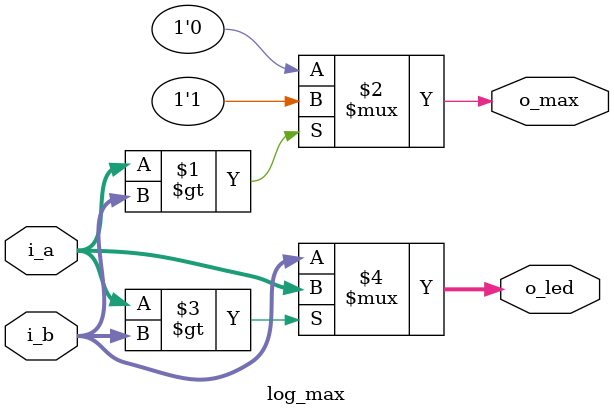
<source format=v>
module log_max(
    input [3:0] i_a,
    input [3:0] i_b,
    output      o_max,
    output [3:0] o_led
);
    assign o_max = (i_a > i_b)?1'b1:1'b0;
    assign o_led = (i_a > i_b)?i_a:i_b;
endmodule

</source>
